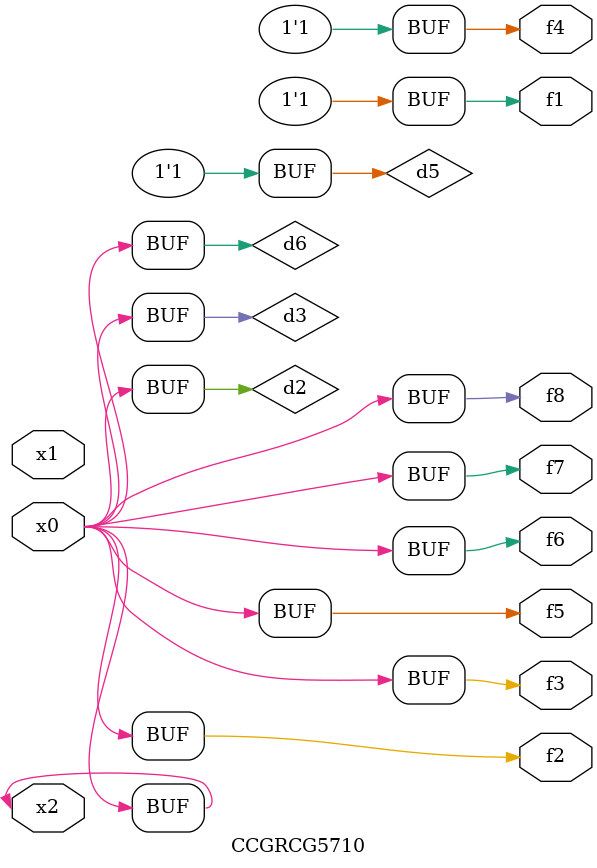
<source format=v>
module CCGRCG5710(
	input x0, x1, x2,
	output f1, f2, f3, f4, f5, f6, f7, f8
);

	wire d1, d2, d3, d4, d5, d6;

	xnor (d1, x2);
	buf (d2, x0, x2);
	and (d3, x0);
	xnor (d4, x1, x2);
	nand (d5, d1, d3);
	buf (d6, d2, d3);
	assign f1 = d5;
	assign f2 = d6;
	assign f3 = d6;
	assign f4 = d5;
	assign f5 = d6;
	assign f6 = d6;
	assign f7 = d6;
	assign f8 = d6;
endmodule

</source>
